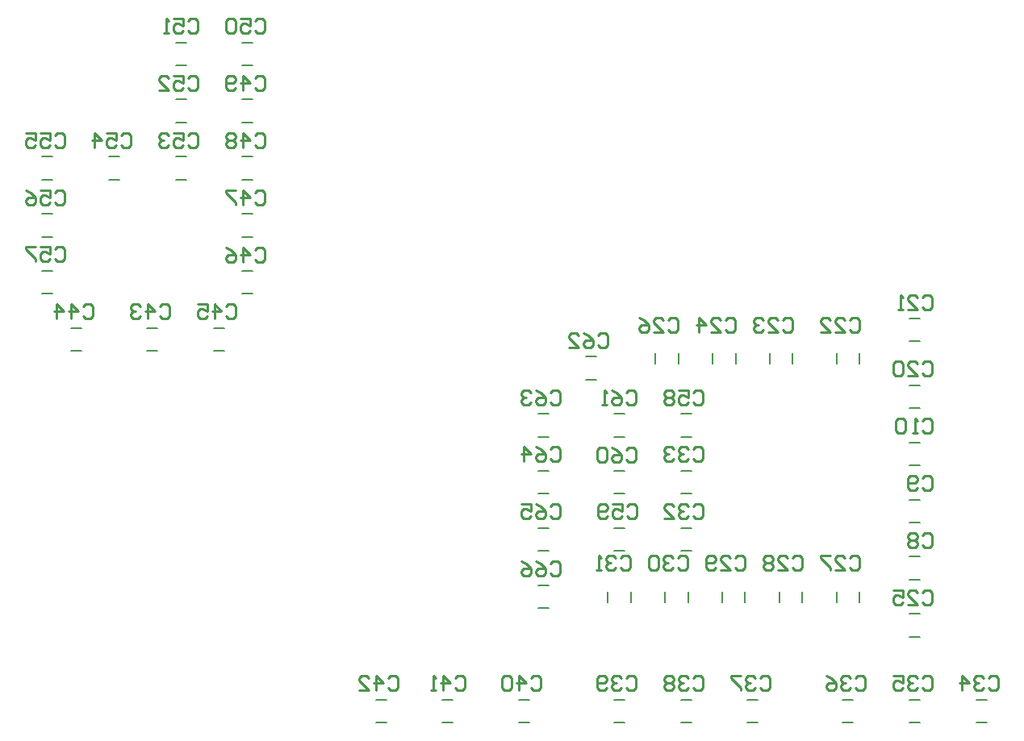
<source format=gbo>
%FSLAX44Y44*%
%MOMM*%
G71*
G01*
G75*
G04 Layer_Color=32896*
%ADD10C,0.3600*%
%ADD11R,1.9000X1.3500*%
%ADD12R,2.0000X1.0000*%
%ADD13R,2.2000X1.2000*%
%ADD14R,1.4000X2.1000*%
%ADD15O,0.5500X1.6000*%
%ADD16R,1.3000X2.2000*%
%ADD17R,1.1000X0.6000*%
%ADD18R,1.1176X0.6096*%
%ADD19R,0.8500X0.7000*%
G04:AMPARAMS|DCode=20|XSize=1.5mm|YSize=1.2mm|CornerRadius=0.12mm|HoleSize=0mm|Usage=FLASHONLY|Rotation=0.000|XOffset=0mm|YOffset=0mm|HoleType=Round|Shape=RoundedRectangle|*
%AMROUNDEDRECTD20*
21,1,1.5000,0.9600,0,0,0.0*
21,1,1.2600,1.2000,0,0,0.0*
1,1,0.2400,0.6300,-0.4800*
1,1,0.2400,-0.6300,-0.4800*
1,1,0.2400,-0.6300,0.4800*
1,1,0.2400,0.6300,0.4800*
%
%ADD20ROUNDEDRECTD20*%
G04:AMPARAMS|DCode=21|XSize=1.5mm|YSize=0.35mm|CornerRadius=0.035mm|HoleSize=0mm|Usage=FLASHONLY|Rotation=0.000|XOffset=0mm|YOffset=0mm|HoleType=Round|Shape=RoundedRectangle|*
%AMROUNDEDRECTD21*
21,1,1.5000,0.2800,0,0,0.0*
21,1,1.4300,0.3500,0,0,0.0*
1,1,0.0700,0.7150,-0.1400*
1,1,0.0700,-0.7150,-0.1400*
1,1,0.0700,-0.7150,0.1400*
1,1,0.0700,0.7150,0.1400*
%
%ADD21ROUNDEDRECTD21*%
%ADD22R,0.7000X1.8000*%
%ADD23R,1.3500X1.9000*%
%ADD24R,0.9500X1.7000*%
%ADD25C,0.3500*%
%ADD26R,0.9500X2.6000*%
%ADD27R,1.2000X2.6000*%
%ADD28R,0.8000X0.8000*%
%ADD29R,1.3500X2.8000*%
%ADD30R,1.8000X1.1500*%
%ADD31O,0.4500X1.8000*%
%ADD32R,1.8000X2.0000*%
G04:AMPARAMS|DCode=33|XSize=1.8mm|YSize=2mm|CornerRadius=0mm|HoleSize=0mm|Usage=FLASHONLY|Rotation=180.000|XOffset=0mm|YOffset=0mm|HoleType=Round|Shape=Octagon|*
%AMOCTAGOND33*
4,1,8,0.4500,-1.0000,-0.4500,-1.0000,-0.9000,-0.5500,-0.9000,0.5500,-0.4500,1.0000,0.4500,1.0000,0.9000,0.5500,0.9000,-0.5500,0.4500,-1.0000,0.0*
%
%ADD33OCTAGOND33*%

%ADD34R,1.0000X1.0000*%
%ADD35R,2.6000X0.9500*%
%ADD36R,1.3000X1.3000*%
%ADD37R,2.5000X1.2600*%
%ADD38R,2.5000X1.0000*%
%ADD39C,0.1000*%
%ADD40C,0.2540*%
%ADD41C,1.5000*%
%ADD42R,1.5000X1.5000*%
%ADD43R,1.5000X1.5000*%
%ADD44C,4.7600*%
%ADD45R,1.6900X1.6900*%
%ADD46C,1.6900*%
G04:AMPARAMS|DCode=47|XSize=2.4mm|YSize=1.6mm|CornerRadius=0.4mm|HoleSize=0mm|Usage=FLASHONLY|Rotation=0.000|XOffset=0mm|YOffset=0mm|HoleType=Round|Shape=RoundedRectangle|*
%AMROUNDEDRECTD47*
21,1,2.4000,0.8000,0,0,0.0*
21,1,1.6000,1.6000,0,0,0.0*
1,1,0.8000,0.8000,-0.4000*
1,1,0.8000,-0.8000,-0.4000*
1,1,0.8000,-0.8000,0.4000*
1,1,0.8000,0.8000,0.4000*
%
%ADD47ROUNDEDRECTD47*%
%ADD48R,1.6000X1.6000*%
%ADD49C,1.6000*%
%ADD50O,2.0000X4.5000*%
%ADD51O,2.0000X4.0000*%
%ADD52O,4.0000X2.0000*%
%ADD53C,1.5000*%
%ADD54C,0.4000*%
%ADD55C,0.6000*%
%ADD56C,1.0160*%
%ADD57C,1.4080*%
%ADD58C,3.7680*%
%ADD59C,1.5980*%
%ADD60C,2.0080*%
%ADD61C,1.5080*%
%ADD62C,1.5080*%
%ADD63C,0.7080*%
%ADD64C,0.2500*%
%ADD65C,0.6000*%
%ADD66C,0.2000*%
%ADD67C,0.0500*%
%ADD68C,0.1500*%
%ADD69R,1.5240X3.8100*%
%ADD70C,0.5200*%
%ADD71R,2.1040X1.5540*%
%ADD72R,2.2040X1.2040*%
%ADD73R,2.4040X1.4040*%
%ADD74R,1.6040X2.3040*%
%ADD75O,0.7540X1.8040*%
%ADD76R,1.5040X2.4040*%
%ADD77R,1.3040X0.8040*%
%ADD78R,1.3216X0.8136*%
%ADD79R,1.0540X0.9040*%
G04:AMPARAMS|DCode=80|XSize=1.704mm|YSize=1.404mm|CornerRadius=0.222mm|HoleSize=0mm|Usage=FLASHONLY|Rotation=0.000|XOffset=0mm|YOffset=0mm|HoleType=Round|Shape=RoundedRectangle|*
%AMROUNDEDRECTD80*
21,1,1.7040,0.9600,0,0,0.0*
21,1,1.2600,1.4040,0,0,0.0*
1,1,0.4440,0.6300,-0.4800*
1,1,0.4440,-0.6300,-0.4800*
1,1,0.4440,-0.6300,0.4800*
1,1,0.4440,0.6300,0.4800*
%
%ADD80ROUNDEDRECTD80*%
G04:AMPARAMS|DCode=81|XSize=1.704mm|YSize=0.554mm|CornerRadius=0.137mm|HoleSize=0mm|Usage=FLASHONLY|Rotation=0.000|XOffset=0mm|YOffset=0mm|HoleType=Round|Shape=RoundedRectangle|*
%AMROUNDEDRECTD81*
21,1,1.7040,0.2800,0,0,0.0*
21,1,1.4300,0.5540,0,0,0.0*
1,1,0.2740,0.7150,-0.1400*
1,1,0.2740,-0.7150,-0.1400*
1,1,0.2740,-0.7150,0.1400*
1,1,0.2740,0.7150,0.1400*
%
%ADD81ROUNDEDRECTD81*%
%ADD82R,0.9040X2.0040*%
%ADD83R,1.5540X2.1040*%
%ADD84R,1.1540X1.9040*%
%ADD85C,0.5100*%
%ADD86R,1.1540X2.8040*%
%ADD87R,1.4040X2.8040*%
%ADD88R,1.0040X1.0040*%
%ADD89R,1.5540X3.0040*%
%ADD90R,2.0040X1.3540*%
%ADD91O,0.6540X2.0040*%
%ADD92R,2.0040X2.2040*%
G04:AMPARAMS|DCode=93|XSize=2.004mm|YSize=2.204mm|CornerRadius=0mm|HoleSize=0mm|Usage=FLASHONLY|Rotation=180.000|XOffset=0mm|YOffset=0mm|HoleType=Round|Shape=Octagon|*
%AMOCTAGOND93*
4,1,8,0.5010,-1.1020,-0.5010,-1.1020,-1.0020,-0.6010,-1.0020,0.6010,-0.5010,1.1020,0.5010,1.1020,1.0020,0.6010,1.0020,-0.6010,0.5010,-1.1020,0.0*
%
%ADD93OCTAGOND93*%

%ADD94R,1.2040X1.2040*%
%ADD95R,2.8040X1.1540*%
%ADD96R,1.5040X1.5040*%
%ADD97R,2.7040X1.4640*%
%ADD98R,2.7040X1.2040*%
%ADD99C,1.7040*%
%ADD100R,1.7040X1.7040*%
%ADD101R,1.7040X1.7040*%
%ADD102C,4.9640*%
%ADD103R,1.8940X1.8940*%
%ADD104C,1.8940*%
G04:AMPARAMS|DCode=105|XSize=2.604mm|YSize=1.804mm|CornerRadius=0.502mm|HoleSize=0mm|Usage=FLASHONLY|Rotation=0.000|XOffset=0mm|YOffset=0mm|HoleType=Round|Shape=RoundedRectangle|*
%AMROUNDEDRECTD105*
21,1,2.6040,0.8000,0,0,0.0*
21,1,1.6000,1.8040,0,0,0.0*
1,1,1.0040,0.8000,-0.4000*
1,1,1.0040,-0.8000,-0.4000*
1,1,1.0040,-0.8000,0.4000*
1,1,1.0040,0.8000,0.4000*
%
%ADD105ROUNDEDRECTD105*%
%ADD106R,1.8040X1.8040*%
%ADD107C,1.8040*%
%ADD108O,2.2040X4.7040*%
%ADD109O,2.2040X4.2040*%
%ADD110O,4.2040X2.2040*%
%ADD111C,1.7040*%
%ADD112C,0.5000*%
%ADD113C,0.7000*%
D40*
X1557531Y1564512D02*
X1560070Y1567051D01*
X1565149D01*
X1567688Y1564512D01*
Y1554355D01*
X1565149Y1551816D01*
X1560070D01*
X1557531Y1554355D01*
X1542296Y1567051D02*
X1547375Y1564512D01*
X1552453Y1559433D01*
Y1554355D01*
X1549914Y1551816D01*
X1544835D01*
X1542296Y1554355D01*
Y1556894D01*
X1544835Y1559433D01*
X1552453D01*
X1527061Y1567051D02*
X1532139Y1564512D01*
X1537218Y1559433D01*
Y1554355D01*
X1534679Y1551816D01*
X1529600D01*
X1527061Y1554355D01*
Y1556894D01*
X1529600Y1559433D01*
X1537218D01*
X1557531Y1624456D02*
X1560070Y1626995D01*
X1565149D01*
X1567688Y1624456D01*
Y1614299D01*
X1565149Y1611760D01*
X1560070D01*
X1557531Y1614299D01*
X1542296Y1626995D02*
X1547375Y1624456D01*
X1552453Y1619377D01*
Y1614299D01*
X1549914Y1611760D01*
X1544835D01*
X1542296Y1614299D01*
Y1616838D01*
X1544835Y1619377D01*
X1552453D01*
X1527061Y1626995D02*
X1537218D01*
Y1619377D01*
X1532139Y1621917D01*
X1529600D01*
X1527061Y1619377D01*
Y1614299D01*
X1529600Y1611760D01*
X1534679D01*
X1537218Y1614299D01*
X1557531Y1684654D02*
X1560070Y1687193D01*
X1565149D01*
X1567688Y1684654D01*
Y1674497D01*
X1565149Y1671958D01*
X1560070D01*
X1557531Y1674497D01*
X1542296Y1687193D02*
X1547375Y1684654D01*
X1552453Y1679576D01*
Y1674497D01*
X1549914Y1671958D01*
X1544835D01*
X1542296Y1674497D01*
Y1677036D01*
X1544835Y1679576D01*
X1552453D01*
X1529600Y1671958D02*
Y1687193D01*
X1537218Y1679576D01*
X1527061D01*
X1557531Y1744598D02*
X1560070Y1747137D01*
X1565149D01*
X1567688Y1744598D01*
Y1734441D01*
X1565149Y1731902D01*
X1560070D01*
X1557531Y1734441D01*
X1542296Y1747137D02*
X1547375Y1744598D01*
X1552453Y1739520D01*
Y1734441D01*
X1549914Y1731902D01*
X1544835D01*
X1542296Y1734441D01*
Y1736980D01*
X1544835Y1739520D01*
X1552453D01*
X1537218Y1744598D02*
X1534679Y1747137D01*
X1529600D01*
X1527061Y1744598D01*
Y1742059D01*
X1529600Y1739520D01*
X1532139D01*
X1529600D01*
X1527061Y1736980D01*
Y1734441D01*
X1529600Y1731902D01*
X1534679D01*
X1537218Y1734441D01*
X1607541Y1804542D02*
X1610081Y1807081D01*
X1615159D01*
X1617698Y1804542D01*
Y1794385D01*
X1615159Y1791846D01*
X1610081D01*
X1607541Y1794385D01*
X1592306Y1807081D02*
X1597385Y1804542D01*
X1602463Y1799464D01*
Y1794385D01*
X1599924Y1791846D01*
X1594845D01*
X1592306Y1794385D01*
Y1796924D01*
X1594845Y1799464D01*
X1602463D01*
X1577071Y1791846D02*
X1587228D01*
X1577071Y1802003D01*
Y1804542D01*
X1579610Y1807081D01*
X1584689D01*
X1587228Y1804542D01*
X1637541Y1744504D02*
X1640081Y1747043D01*
X1645159D01*
X1647698Y1744504D01*
Y1734347D01*
X1645159Y1731808D01*
X1640081D01*
X1637541Y1734347D01*
X1622306Y1747043D02*
X1627385Y1744504D01*
X1632463Y1739426D01*
Y1734347D01*
X1629924Y1731808D01*
X1624845D01*
X1622306Y1734347D01*
Y1736886D01*
X1624845Y1739426D01*
X1632463D01*
X1617228Y1731808D02*
X1612150D01*
X1614689D01*
Y1747043D01*
X1617228Y1744504D01*
X1637541Y1684494D02*
X1640081Y1687033D01*
X1645159D01*
X1647698Y1684494D01*
Y1674337D01*
X1645159Y1671798D01*
X1640081D01*
X1637541Y1674337D01*
X1622306Y1687033D02*
X1627385Y1684494D01*
X1632463Y1679415D01*
Y1674337D01*
X1629924Y1671798D01*
X1624845D01*
X1622306Y1674337D01*
Y1676876D01*
X1624845Y1679415D01*
X1632463D01*
X1617228Y1684494D02*
X1614689Y1687033D01*
X1609610D01*
X1607071Y1684494D01*
Y1674337D01*
X1609610Y1671798D01*
X1614689D01*
X1617228Y1674337D01*
Y1684494D01*
X1637645Y1624636D02*
X1640184Y1627175D01*
X1645263D01*
X1647802Y1624636D01*
Y1614479D01*
X1645263Y1611940D01*
X1640184D01*
X1637645Y1614479D01*
X1622410Y1627175D02*
X1632567D01*
Y1619557D01*
X1627489Y1622097D01*
X1624949D01*
X1622410Y1619557D01*
Y1614479D01*
X1624949Y1611940D01*
X1630028D01*
X1632567Y1614479D01*
X1617332D02*
X1614793Y1611940D01*
X1609714D01*
X1607175Y1614479D01*
Y1624636D01*
X1609714Y1627175D01*
X1614793D01*
X1617332Y1624636D01*
Y1622097D01*
X1614793Y1619557D01*
X1607175D01*
X1707645Y1744626D02*
X1710184Y1747165D01*
X1715263D01*
X1717802Y1744626D01*
Y1734469D01*
X1715263Y1731930D01*
X1710184D01*
X1707645Y1734469D01*
X1692410Y1747165D02*
X1702567D01*
Y1739547D01*
X1697489Y1742087D01*
X1694949D01*
X1692410Y1739547D01*
Y1734469D01*
X1694949Y1731930D01*
X1700028D01*
X1702567Y1734469D01*
X1687332Y1744626D02*
X1684793Y1747165D01*
X1679714D01*
X1677175Y1744626D01*
Y1742087D01*
X1679714Y1739547D01*
X1677175Y1737008D01*
Y1734469D01*
X1679714Y1731930D01*
X1684793D01*
X1687332Y1734469D01*
Y1737008D01*
X1684793Y1739547D01*
X1687332Y1742087D01*
Y1744626D01*
X1684793Y1739547D02*
X1679714D01*
X1037593Y1894618D02*
X1040133Y1897157D01*
X1045211D01*
X1047750Y1894618D01*
Y1884461D01*
X1045211Y1881922D01*
X1040133D01*
X1037593Y1884461D01*
X1022358Y1897157D02*
X1032515D01*
Y1889539D01*
X1027437Y1892079D01*
X1024897D01*
X1022358Y1889539D01*
Y1884461D01*
X1024897Y1881922D01*
X1029976D01*
X1032515Y1884461D01*
X1017280Y1897157D02*
X1007123D01*
Y1894618D01*
X1017280Y1884461D01*
Y1881922D01*
X1037593Y1954468D02*
X1040133Y1957007D01*
X1045211D01*
X1047750Y1954468D01*
Y1944311D01*
X1045211Y1941772D01*
X1040133D01*
X1037593Y1944311D01*
X1022358Y1957007D02*
X1032515D01*
Y1949389D01*
X1027437Y1951929D01*
X1024897D01*
X1022358Y1949389D01*
Y1944311D01*
X1024897Y1941772D01*
X1029976D01*
X1032515Y1944311D01*
X1007123Y1957007D02*
X1012202Y1954468D01*
X1017280Y1949389D01*
Y1944311D01*
X1014741Y1941772D01*
X1009662D01*
X1007123Y1944311D01*
Y1946850D01*
X1009662Y1949389D01*
X1017280D01*
X1037499Y2014600D02*
X1040039Y2017139D01*
X1045117D01*
X1047656Y2014600D01*
Y2004443D01*
X1045117Y2001904D01*
X1040039D01*
X1037499Y2004443D01*
X1022264Y2017139D02*
X1032421D01*
Y2009521D01*
X1027343Y2012061D01*
X1024803D01*
X1022264Y2009521D01*
Y2004443D01*
X1024803Y2001904D01*
X1029882D01*
X1032421Y2004443D01*
X1007029Y2017139D02*
X1017186D01*
Y2009521D01*
X1012107Y2012061D01*
X1009568D01*
X1007029Y2009521D01*
Y2004443D01*
X1009568Y2001904D01*
X1014647D01*
X1017186Y2004443D01*
X1107443Y2014600D02*
X1109983Y2017139D01*
X1115061D01*
X1117600Y2014600D01*
Y2004443D01*
X1115061Y2001904D01*
X1109983D01*
X1107443Y2004443D01*
X1092208Y2017139D02*
X1102365D01*
Y2009521D01*
X1097287Y2012061D01*
X1094747D01*
X1092208Y2009521D01*
Y2004443D01*
X1094747Y2001904D01*
X1099826D01*
X1102365Y2004443D01*
X1079512Y2001904D02*
Y2017139D01*
X1087130Y2009521D01*
X1076973D01*
X1177547Y2014600D02*
X1180087Y2017139D01*
X1185165D01*
X1187704Y2014600D01*
Y2004443D01*
X1185165Y2001904D01*
X1180087D01*
X1177547Y2004443D01*
X1162312Y2017139D02*
X1172469D01*
Y2009521D01*
X1167391Y2012061D01*
X1164851D01*
X1162312Y2009521D01*
Y2004443D01*
X1164851Y2001904D01*
X1169930D01*
X1172469Y2004443D01*
X1157234Y2014600D02*
X1154695Y2017139D01*
X1149616D01*
X1147077Y2014600D01*
Y2012061D01*
X1149616Y2009521D01*
X1152156D01*
X1149616D01*
X1147077Y2006982D01*
Y2004443D01*
X1149616Y2001904D01*
X1154695D01*
X1157234Y2004443D01*
X1177547Y2074450D02*
X1180087Y2076989D01*
X1185165D01*
X1187704Y2074450D01*
Y2064293D01*
X1185165Y2061754D01*
X1180087D01*
X1177547Y2064293D01*
X1162312Y2076989D02*
X1172469D01*
Y2069372D01*
X1167391Y2071911D01*
X1164851D01*
X1162312Y2069372D01*
Y2064293D01*
X1164851Y2061754D01*
X1169930D01*
X1172469Y2064293D01*
X1147077Y2061754D02*
X1157234D01*
X1147077Y2071911D01*
Y2074450D01*
X1149616Y2076989D01*
X1154695D01*
X1157234Y2074450D01*
X1177547Y2134488D02*
X1180087Y2137027D01*
X1185165D01*
X1187704Y2134488D01*
Y2124331D01*
X1185165Y2121792D01*
X1180087D01*
X1177547Y2124331D01*
X1162312Y2137027D02*
X1172469D01*
Y2129409D01*
X1167391Y2131949D01*
X1164851D01*
X1162312Y2129409D01*
Y2124331D01*
X1164851Y2121792D01*
X1169930D01*
X1172469Y2124331D01*
X1157234Y2121792D02*
X1152156D01*
X1154695D01*
Y2137027D01*
X1157234Y2134488D01*
X1247557D02*
X1250097Y2137027D01*
X1255175D01*
X1257714Y2134488D01*
Y2124331D01*
X1255175Y2121792D01*
X1250097D01*
X1247557Y2124331D01*
X1232322Y2137027D02*
X1242479D01*
Y2129409D01*
X1237401Y2131949D01*
X1234861D01*
X1232322Y2129409D01*
Y2124331D01*
X1234861Y2121792D01*
X1239940D01*
X1242479Y2124331D01*
X1227244Y2134488D02*
X1224705Y2137027D01*
X1219626D01*
X1217087Y2134488D01*
Y2124331D01*
X1219626Y2121792D01*
X1224705D01*
X1227244Y2124331D01*
Y2134488D01*
X1247651Y2074544D02*
X1250191Y2077083D01*
X1255269D01*
X1257808Y2074544D01*
Y2064387D01*
X1255269Y2061848D01*
X1250191D01*
X1247651Y2064387D01*
X1234955Y2061848D02*
Y2077083D01*
X1242573Y2069465D01*
X1232416D01*
X1227338Y2064387D02*
X1224799Y2061848D01*
X1219720D01*
X1217181Y2064387D01*
Y2074544D01*
X1219720Y2077083D01*
X1224799D01*
X1227338Y2074544D01*
Y2072005D01*
X1224799Y2069465D01*
X1217181D01*
X1247651Y2014440D02*
X1250191Y2016979D01*
X1255269D01*
X1257808Y2014440D01*
Y2004283D01*
X1255269Y2001744D01*
X1250191D01*
X1247651Y2004283D01*
X1234955Y2001744D02*
Y2016979D01*
X1242573Y2009362D01*
X1232416D01*
X1227338Y2014440D02*
X1224799Y2016979D01*
X1219720D01*
X1217181Y2014440D01*
Y2011901D01*
X1219720Y2009362D01*
X1217181Y2006822D01*
Y2004283D01*
X1219720Y2001744D01*
X1224799D01*
X1227338Y2004283D01*
Y2006822D01*
X1224799Y2009362D01*
X1227338Y2011901D01*
Y2014440D01*
X1224799Y2009362D02*
X1219720D01*
X1247651Y1954590D02*
X1250191Y1957129D01*
X1255269D01*
X1257808Y1954590D01*
Y1944433D01*
X1255269Y1941894D01*
X1250191D01*
X1247651Y1944433D01*
X1234955Y1941894D02*
Y1957129D01*
X1242573Y1949512D01*
X1232416D01*
X1227338Y1957129D02*
X1217181D01*
Y1954590D01*
X1227338Y1944433D01*
Y1941894D01*
X1247679Y1894486D02*
X1250219Y1897025D01*
X1255297D01*
X1257836Y1894486D01*
Y1884329D01*
X1255297Y1881790D01*
X1250219D01*
X1247679Y1884329D01*
X1234983Y1881790D02*
Y1897025D01*
X1242601Y1889408D01*
X1232444D01*
X1217209Y1897025D02*
X1222288Y1894486D01*
X1227366Y1889408D01*
Y1884329D01*
X1224827Y1881790D01*
X1219748D01*
X1217209Y1884329D01*
Y1886868D01*
X1219748Y1889408D01*
X1227366D01*
X1217659Y1834646D02*
X1220198Y1837185D01*
X1225277D01*
X1227816Y1834646D01*
Y1824489D01*
X1225277Y1821950D01*
X1220198D01*
X1217659Y1824489D01*
X1204963Y1821950D02*
Y1837185D01*
X1212581Y1829568D01*
X1202424D01*
X1187189Y1837185D02*
X1197346D01*
Y1829568D01*
X1192268Y1832107D01*
X1189728D01*
X1187189Y1829568D01*
Y1824489D01*
X1189728Y1821950D01*
X1194807D01*
X1197346Y1824489D01*
X1067565Y1834514D02*
X1070105Y1837053D01*
X1075183D01*
X1077722Y1834514D01*
Y1824357D01*
X1075183Y1821818D01*
X1070105D01*
X1067565Y1824357D01*
X1054869Y1821818D02*
Y1837053D01*
X1062487Y1829435D01*
X1052330D01*
X1039634Y1821818D02*
Y1837053D01*
X1047252Y1829435D01*
X1037095D01*
X1147453Y1834608D02*
X1149993Y1837147D01*
X1155071D01*
X1157610Y1834608D01*
Y1824451D01*
X1155071Y1821912D01*
X1149993D01*
X1147453Y1824451D01*
X1134757Y1821912D02*
Y1837147D01*
X1142375Y1829530D01*
X1132218D01*
X1127140Y1834608D02*
X1124601Y1837147D01*
X1119522D01*
X1116983Y1834608D01*
Y1832069D01*
X1119522Y1829530D01*
X1122061D01*
X1119522D01*
X1116983Y1826990D01*
Y1824451D01*
X1119522Y1821912D01*
X1124601D01*
X1127140Y1824451D01*
X1387605Y1444624D02*
X1390145Y1447163D01*
X1395223D01*
X1397762Y1444624D01*
Y1434467D01*
X1395223Y1431928D01*
X1390145D01*
X1387605Y1434467D01*
X1374909Y1431928D02*
Y1447163D01*
X1382527Y1439545D01*
X1372370D01*
X1357135Y1431928D02*
X1367292D01*
X1357135Y1442085D01*
Y1444624D01*
X1359674Y1447163D01*
X1364753D01*
X1367292Y1444624D01*
X1457455D02*
X1459995Y1447163D01*
X1465073D01*
X1467612Y1444624D01*
Y1434467D01*
X1465073Y1431928D01*
X1459995D01*
X1457455Y1434467D01*
X1444759Y1431928D02*
Y1447163D01*
X1452377Y1439545D01*
X1442220D01*
X1437142Y1431928D02*
X1432063D01*
X1434603D01*
Y1447163D01*
X1437142Y1444624D01*
X1537465D02*
X1540004Y1447163D01*
X1545083D01*
X1547622Y1444624D01*
Y1434467D01*
X1545083Y1431928D01*
X1540004D01*
X1537465Y1434467D01*
X1524769Y1431928D02*
Y1447163D01*
X1532387Y1439545D01*
X1522230D01*
X1517152Y1444624D02*
X1514613Y1447163D01*
X1509534D01*
X1506995Y1444624D01*
Y1434467D01*
X1509534Y1431928D01*
X1514613D01*
X1517152Y1434467D01*
Y1444624D01*
X1637541D02*
X1640081Y1447163D01*
X1645159D01*
X1647698Y1444624D01*
Y1434467D01*
X1645159Y1431928D01*
X1640081D01*
X1637541Y1434467D01*
X1632463Y1444624D02*
X1629924Y1447163D01*
X1624845D01*
X1622306Y1444624D01*
Y1442085D01*
X1624845Y1439545D01*
X1627385D01*
X1624845D01*
X1622306Y1437006D01*
Y1434467D01*
X1624845Y1431928D01*
X1629924D01*
X1632463Y1434467D01*
X1617228D02*
X1614689Y1431928D01*
X1609610D01*
X1607071Y1434467D01*
Y1444624D01*
X1609610Y1447163D01*
X1614689D01*
X1617228Y1444624D01*
Y1442085D01*
X1614689Y1439545D01*
X1607071D01*
X1707645Y1444624D02*
X1710184Y1447163D01*
X1715263D01*
X1717802Y1444624D01*
Y1434467D01*
X1715263Y1431928D01*
X1710184D01*
X1707645Y1434467D01*
X1702567Y1444624D02*
X1700028Y1447163D01*
X1694949D01*
X1692410Y1444624D01*
Y1442085D01*
X1694949Y1439545D01*
X1697489D01*
X1694949D01*
X1692410Y1437006D01*
Y1434467D01*
X1694949Y1431928D01*
X1700028D01*
X1702567Y1434467D01*
X1687332Y1444624D02*
X1684793Y1447163D01*
X1679714D01*
X1677175Y1444624D01*
Y1442085D01*
X1679714Y1439545D01*
X1677175Y1437006D01*
Y1434467D01*
X1679714Y1431928D01*
X1684793D01*
X1687332Y1434467D01*
Y1437006D01*
X1684793Y1439545D01*
X1687332Y1442085D01*
Y1444624D01*
X1684793Y1439545D02*
X1679714D01*
X1777589Y1444624D02*
X1780128Y1447163D01*
X1785207D01*
X1787746Y1444624D01*
Y1434467D01*
X1785207Y1431928D01*
X1780128D01*
X1777589Y1434467D01*
X1772511Y1444624D02*
X1769972Y1447163D01*
X1764893D01*
X1762354Y1444624D01*
Y1442085D01*
X1764893Y1439545D01*
X1767433D01*
X1764893D01*
X1762354Y1437006D01*
Y1434467D01*
X1764893Y1431928D01*
X1769972D01*
X1772511Y1434467D01*
X1757276Y1447163D02*
X1747119D01*
Y1444624D01*
X1757276Y1434467D01*
Y1431928D01*
X1877571Y1444624D02*
X1880110Y1447163D01*
X1885189D01*
X1887728Y1444624D01*
Y1434467D01*
X1885189Y1431928D01*
X1880110D01*
X1877571Y1434467D01*
X1872493Y1444624D02*
X1869954Y1447163D01*
X1864875D01*
X1862336Y1444624D01*
Y1442085D01*
X1864875Y1439545D01*
X1867415D01*
X1864875D01*
X1862336Y1437006D01*
Y1434467D01*
X1864875Y1431928D01*
X1869954D01*
X1872493Y1434467D01*
X1847101Y1447163D02*
X1852180Y1444624D01*
X1857258Y1439545D01*
Y1434467D01*
X1854719Y1431928D01*
X1849640D01*
X1847101Y1434467D01*
Y1437006D01*
X1849640Y1439545D01*
X1857258D01*
X1947675Y1444624D02*
X1950215Y1447163D01*
X1955293D01*
X1957832Y1444624D01*
Y1434467D01*
X1955293Y1431928D01*
X1950215D01*
X1947675Y1434467D01*
X1942597Y1444624D02*
X1940058Y1447163D01*
X1934979D01*
X1932440Y1444624D01*
Y1442085D01*
X1934979Y1439545D01*
X1937519D01*
X1934979D01*
X1932440Y1437006D01*
Y1434467D01*
X1934979Y1431928D01*
X1940058D01*
X1942597Y1434467D01*
X1917205Y1447163D02*
X1927362D01*
Y1439545D01*
X1922283Y1442085D01*
X1919744D01*
X1917205Y1439545D01*
Y1434467D01*
X1919744Y1431928D01*
X1924823D01*
X1927362Y1434467D01*
X2017581Y1444642D02*
X2020120Y1447181D01*
X2025199D01*
X2027738Y1444642D01*
Y1434485D01*
X2025199Y1431946D01*
X2020120D01*
X2017581Y1434485D01*
X2012503Y1444642D02*
X2009964Y1447181D01*
X2004885D01*
X2002346Y1444642D01*
Y1442103D01*
X2004885Y1439563D01*
X2007425D01*
X2004885D01*
X2002346Y1437024D01*
Y1434485D01*
X2004885Y1431946D01*
X2009964D01*
X2012503Y1434485D01*
X1989650Y1431946D02*
Y1447181D01*
X1997268Y1439563D01*
X1987111D01*
X1707645Y1684654D02*
X1710184Y1687193D01*
X1715263D01*
X1717802Y1684654D01*
Y1674497D01*
X1715263Y1671958D01*
X1710184D01*
X1707645Y1674497D01*
X1702567Y1684654D02*
X1700028Y1687193D01*
X1694949D01*
X1692410Y1684654D01*
Y1682115D01*
X1694949Y1679576D01*
X1697489D01*
X1694949D01*
X1692410Y1677036D01*
Y1674497D01*
X1694949Y1671958D01*
X1700028D01*
X1702567Y1674497D01*
X1687332Y1684654D02*
X1684793Y1687193D01*
X1679714D01*
X1677175Y1684654D01*
Y1682115D01*
X1679714Y1679576D01*
X1682254D01*
X1679714D01*
X1677175Y1677036D01*
Y1674497D01*
X1679714Y1671958D01*
X1684793D01*
X1687332Y1674497D01*
X1707551Y1624456D02*
X1710090Y1626995D01*
X1715169D01*
X1717708Y1624456D01*
Y1614299D01*
X1715169Y1611760D01*
X1710090D01*
X1707551Y1614299D01*
X1702473Y1624456D02*
X1699934Y1626995D01*
X1694855D01*
X1692316Y1624456D01*
Y1621917D01*
X1694855Y1619377D01*
X1697395D01*
X1694855D01*
X1692316Y1616838D01*
Y1614299D01*
X1694855Y1611760D01*
X1699934D01*
X1702473Y1614299D01*
X1677081Y1611760D02*
X1687238D01*
X1677081Y1621917D01*
Y1624456D01*
X1679620Y1626995D01*
X1684699D01*
X1687238Y1624456D01*
X1631605Y1570608D02*
X1634144Y1573147D01*
X1639223D01*
X1641762Y1570608D01*
Y1560451D01*
X1639223Y1557912D01*
X1634144D01*
X1631605Y1560451D01*
X1626527Y1570608D02*
X1623988Y1573147D01*
X1618909D01*
X1616370Y1570608D01*
Y1568069D01*
X1618909Y1565529D01*
X1621449D01*
X1618909D01*
X1616370Y1562990D01*
Y1560451D01*
X1618909Y1557912D01*
X1623988D01*
X1626527Y1560451D01*
X1611292Y1557912D02*
X1606214D01*
X1608753D01*
Y1573147D01*
X1611292Y1570608D01*
X1691643D02*
X1694182Y1573147D01*
X1699261D01*
X1701800Y1570608D01*
Y1560451D01*
X1699261Y1557912D01*
X1694182D01*
X1691643Y1560451D01*
X1686565Y1570608D02*
X1684026Y1573147D01*
X1678947D01*
X1676408Y1570608D01*
Y1568069D01*
X1678947Y1565529D01*
X1681487D01*
X1678947D01*
X1676408Y1562990D01*
Y1560451D01*
X1678947Y1557912D01*
X1684026D01*
X1686565Y1560451D01*
X1671330Y1570608D02*
X1668791Y1573147D01*
X1663712D01*
X1661173Y1570608D01*
Y1560451D01*
X1663712Y1557912D01*
X1668791D01*
X1671330Y1560451D01*
Y1570608D01*
X1751559D02*
X1754099Y1573147D01*
X1759177D01*
X1761716Y1570608D01*
Y1560451D01*
X1759177Y1557912D01*
X1754099D01*
X1751559Y1560451D01*
X1736324Y1557912D02*
X1746481D01*
X1736324Y1568069D01*
Y1570608D01*
X1738863Y1573147D01*
X1743942D01*
X1746481Y1570608D01*
X1731246Y1560451D02*
X1728707Y1557912D01*
X1723628D01*
X1721089Y1560451D01*
Y1570608D01*
X1723628Y1573147D01*
X1728707D01*
X1731246Y1570608D01*
Y1568069D01*
X1728707Y1565529D01*
X1721089D01*
X1811597Y1570608D02*
X1814137Y1573147D01*
X1819215D01*
X1821754Y1570608D01*
Y1560451D01*
X1819215Y1557912D01*
X1814137D01*
X1811597Y1560451D01*
X1796362Y1557912D02*
X1806519D01*
X1796362Y1568069D01*
Y1570608D01*
X1798901Y1573147D01*
X1803980D01*
X1806519Y1570608D01*
X1791284D02*
X1788745Y1573147D01*
X1783666D01*
X1781127Y1570608D01*
Y1568069D01*
X1783666Y1565529D01*
X1781127Y1562990D01*
Y1560451D01*
X1783666Y1557912D01*
X1788745D01*
X1791284Y1560451D01*
Y1562990D01*
X1788745Y1565529D01*
X1791284Y1568069D01*
Y1570608D01*
X1788745Y1565529D02*
X1783666D01*
X1871635Y1570448D02*
X1874174Y1572987D01*
X1879253D01*
X1881792Y1570448D01*
Y1560291D01*
X1879253Y1557752D01*
X1874174D01*
X1871635Y1560291D01*
X1856400Y1557752D02*
X1866557D01*
X1856400Y1567909D01*
Y1570448D01*
X1858939Y1572987D01*
X1864018D01*
X1866557Y1570448D01*
X1851322Y1572987D02*
X1841165D01*
Y1570448D01*
X1851322Y1560291D01*
Y1557752D01*
X1681483Y1820544D02*
X1684023Y1823083D01*
X1689101D01*
X1691640Y1820544D01*
Y1810387D01*
X1689101Y1807848D01*
X1684023D01*
X1681483Y1810387D01*
X1666248Y1807848D02*
X1676405D01*
X1666248Y1818005D01*
Y1820544D01*
X1668787Y1823083D01*
X1673866D01*
X1676405Y1820544D01*
X1651013Y1823083D02*
X1656091Y1820544D01*
X1661170Y1815466D01*
Y1810387D01*
X1658631Y1807848D01*
X1653552D01*
X1651013Y1810387D01*
Y1812926D01*
X1653552Y1815466D01*
X1661170D01*
X1947675Y1534540D02*
X1950215Y1537079D01*
X1955293D01*
X1957832Y1534540D01*
Y1524383D01*
X1955293Y1521844D01*
X1950215D01*
X1947675Y1524383D01*
X1932440Y1521844D02*
X1942597D01*
X1932440Y1532001D01*
Y1534540D01*
X1934979Y1537079D01*
X1940058D01*
X1942597Y1534540D01*
X1917205Y1537079D02*
X1927362D01*
Y1529462D01*
X1922283Y1532001D01*
X1919744D01*
X1917205Y1529462D01*
Y1524383D01*
X1919744Y1521844D01*
X1924823D01*
X1927362Y1524383D01*
X1741427Y1820544D02*
X1743967Y1823083D01*
X1749045D01*
X1751584Y1820544D01*
Y1810387D01*
X1749045Y1807848D01*
X1743967D01*
X1741427Y1810387D01*
X1726192Y1807848D02*
X1736349D01*
X1726192Y1818005D01*
Y1820544D01*
X1728731Y1823083D01*
X1733810D01*
X1736349Y1820544D01*
X1713496Y1807848D02*
Y1823083D01*
X1721114Y1815466D01*
X1710957D01*
X1801625Y1820544D02*
X1804164Y1823083D01*
X1809243D01*
X1811782Y1820544D01*
Y1810387D01*
X1809243Y1807848D01*
X1804164D01*
X1801625Y1810387D01*
X1786390Y1807848D02*
X1796547D01*
X1786390Y1818005D01*
Y1820544D01*
X1788929Y1823083D01*
X1794008D01*
X1796547Y1820544D01*
X1781312D02*
X1778773Y1823083D01*
X1773694D01*
X1771155Y1820544D01*
Y1818005D01*
X1773694Y1815466D01*
X1776234D01*
X1773694D01*
X1771155Y1812926D01*
Y1810387D01*
X1773694Y1807848D01*
X1778773D01*
X1781312Y1810387D01*
X1871635Y1820544D02*
X1874174Y1823083D01*
X1879253D01*
X1881792Y1820544D01*
Y1810387D01*
X1879253Y1807848D01*
X1874174D01*
X1871635Y1810387D01*
X1856400Y1807848D02*
X1866557D01*
X1856400Y1818005D01*
Y1820544D01*
X1858939Y1823083D01*
X1864018D01*
X1866557Y1820544D01*
X1841165Y1807848D02*
X1851322D01*
X1841165Y1818005D01*
Y1820544D01*
X1843704Y1823083D01*
X1848783D01*
X1851322Y1820544D01*
X1947675Y1844514D02*
X1950215Y1847053D01*
X1955293D01*
X1957832Y1844514D01*
Y1834357D01*
X1955293Y1831818D01*
X1950215D01*
X1947675Y1834357D01*
X1932440Y1831818D02*
X1942597D01*
X1932440Y1841975D01*
Y1844514D01*
X1934979Y1847053D01*
X1940058D01*
X1942597Y1844514D01*
X1927362Y1831818D02*
X1922283D01*
X1924823D01*
Y1847053D01*
X1927362Y1844514D01*
X1947581Y1774664D02*
X1950121Y1777203D01*
X1955199D01*
X1957738Y1774664D01*
Y1764507D01*
X1955199Y1761968D01*
X1950121D01*
X1947581Y1764507D01*
X1932346Y1761968D02*
X1942503D01*
X1932346Y1772125D01*
Y1774664D01*
X1934885Y1777203D01*
X1939964D01*
X1942503Y1774664D01*
X1927268D02*
X1924729Y1777203D01*
X1919650D01*
X1917111Y1774664D01*
Y1764507D01*
X1919650Y1761968D01*
X1924729D01*
X1927268Y1764507D01*
Y1774664D01*
X1947675Y1714466D02*
X1950215Y1717005D01*
X1955293D01*
X1957832Y1714466D01*
Y1704309D01*
X1955293Y1701770D01*
X1950215D01*
X1947675Y1704309D01*
X1942597Y1701770D02*
X1937519D01*
X1940058D01*
Y1717005D01*
X1942597Y1714466D01*
X1929901D02*
X1927362Y1717005D01*
X1922283D01*
X1919744Y1714466D01*
Y1704309D01*
X1922283Y1701770D01*
X1927362D01*
X1929901Y1704309D01*
Y1714466D01*
X1947675Y1654616D02*
X1950215Y1657155D01*
X1955293D01*
X1957832Y1654616D01*
Y1644459D01*
X1955293Y1641920D01*
X1950215D01*
X1947675Y1644459D01*
X1942597D02*
X1940058Y1641920D01*
X1934979D01*
X1932440Y1644459D01*
Y1654616D01*
X1934979Y1657155D01*
X1940058D01*
X1942597Y1654616D01*
Y1652077D01*
X1940058Y1649538D01*
X1932440D01*
X1947581Y1594484D02*
X1950121Y1597023D01*
X1955199D01*
X1957738Y1594484D01*
Y1584327D01*
X1955199Y1581788D01*
X1950121D01*
X1947581Y1584327D01*
X1942503Y1594484D02*
X1939964Y1597023D01*
X1934885D01*
X1932346Y1594484D01*
Y1591945D01*
X1934885Y1589406D01*
X1932346Y1586866D01*
Y1584327D01*
X1934885Y1581788D01*
X1939964D01*
X1942503Y1584327D01*
Y1586866D01*
X1939964Y1589406D01*
X1942503Y1591945D01*
Y1594484D01*
X1939964Y1589406D02*
X1934885D01*
D66*
X1934500Y1572000D02*
X1945500D01*
X1934500Y1548000D02*
X1945500D01*
X1934500Y1632000D02*
X1945500D01*
X1934500Y1608000D02*
X1945500D01*
X1934500Y1692000D02*
X1945500D01*
X1934500Y1668000D02*
X1945500D01*
X1934500Y1752000D02*
X1945500D01*
X1934500Y1728000D02*
X1945500D01*
X1934500Y1822000D02*
X1945500D01*
X1934500Y1798000D02*
X1945500D01*
X1882000Y1774500D02*
Y1785500D01*
X1858000Y1774500D02*
Y1785500D01*
X1812000Y1774500D02*
Y1785500D01*
X1788000Y1774500D02*
Y1785500D01*
X1752000Y1774500D02*
Y1785500D01*
X1728000Y1774500D02*
Y1785500D01*
X1934500Y1512000D02*
X1945500D01*
X1934500Y1488000D02*
X1945500D01*
X1692000Y1774500D02*
Y1785500D01*
X1668000Y1774500D02*
Y1785500D01*
X1858000Y1524500D02*
Y1535500D01*
X1882000Y1524500D02*
Y1535500D01*
X1798000Y1524500D02*
Y1535500D01*
X1822000Y1524500D02*
Y1535500D01*
X1738000Y1524500D02*
Y1535500D01*
X1762000Y1524500D02*
Y1535500D01*
X1678000Y1524500D02*
Y1535500D01*
X1702000Y1524500D02*
Y1535500D01*
X1618000Y1524500D02*
Y1535500D01*
X1642000Y1524500D02*
Y1535500D01*
X1694500Y1602000D02*
X1705500D01*
X1694500Y1578000D02*
X1705500D01*
X1694500Y1662000D02*
X1705500D01*
X1694500Y1638000D02*
X1705500D01*
X2004500Y1398000D02*
X2015500D01*
X2004500Y1422000D02*
X2015500D01*
X1934500Y1398000D02*
X1945500D01*
X1934500Y1422000D02*
X1945500D01*
X1864500Y1398000D02*
X1875500D01*
X1864500Y1422000D02*
X1875500D01*
X1764500Y1398000D02*
X1775500D01*
X1764500Y1422000D02*
X1775500D01*
X1694500Y1398000D02*
X1705500D01*
X1694500Y1422000D02*
X1705500D01*
X1624500Y1398000D02*
X1635500D01*
X1624500Y1422000D02*
X1635500D01*
X1524500Y1398000D02*
X1535500D01*
X1524500Y1422000D02*
X1535500D01*
X1444500Y1398000D02*
X1455500D01*
X1444500Y1422000D02*
X1455500D01*
X1374500Y1398000D02*
X1385500D01*
X1374500Y1422000D02*
X1385500D01*
X1134500Y1812000D02*
X1145500D01*
X1134500Y1788000D02*
X1145500D01*
X1054500Y1812000D02*
X1065500D01*
X1054500Y1788000D02*
X1065500D01*
X1204500Y1812000D02*
X1215500D01*
X1204500Y1788000D02*
X1215500D01*
X1234500Y1872000D02*
X1245500D01*
X1234500Y1848000D02*
X1245500D01*
X1234500Y1932000D02*
X1245500D01*
X1234500Y1908000D02*
X1245500D01*
X1234500Y1992000D02*
X1245500D01*
X1234500Y1968000D02*
X1245500D01*
X1234500Y2052000D02*
X1245500D01*
X1234500Y2028000D02*
X1245500D01*
X1234500Y2112000D02*
X1245500D01*
X1234500Y2088000D02*
X1245500D01*
X1164500Y2112000D02*
X1175500D01*
X1164500Y2088000D02*
X1175500D01*
X1164500Y2052000D02*
X1175500D01*
X1164500Y2028000D02*
X1175500D01*
X1164500Y1992000D02*
X1175500D01*
X1164500Y1968000D02*
X1175500D01*
X1094500Y1992000D02*
X1105500D01*
X1094500Y1968000D02*
X1105500D01*
X1024500Y1992000D02*
X1035500D01*
X1024500Y1968000D02*
X1035500D01*
X1024500Y1932000D02*
X1035500D01*
X1024500Y1908000D02*
X1035500D01*
X1024500Y1872000D02*
X1035500D01*
X1024500Y1848000D02*
X1035500D01*
X1694500Y1722000D02*
X1705500D01*
X1694500Y1698000D02*
X1705500D01*
X1624500Y1602000D02*
X1635500D01*
X1624500Y1578000D02*
X1635500D01*
X1624500Y1662000D02*
X1635500D01*
X1624500Y1638000D02*
X1635500D01*
X1624500Y1722000D02*
X1635500D01*
X1624500Y1698000D02*
X1635500D01*
X1594500Y1782000D02*
X1605500D01*
X1594500Y1758000D02*
X1605500D01*
X1544500Y1722000D02*
X1555500D01*
X1544500Y1698000D02*
X1555500D01*
X1544500Y1602000D02*
X1555500D01*
X1544500Y1578000D02*
X1555500D01*
X1544500Y1542000D02*
X1555500D01*
X1544500Y1518000D02*
X1555500D01*
X1544500Y1662000D02*
X1555500D01*
X1544500Y1638000D02*
X1555500D01*
M02*

</source>
